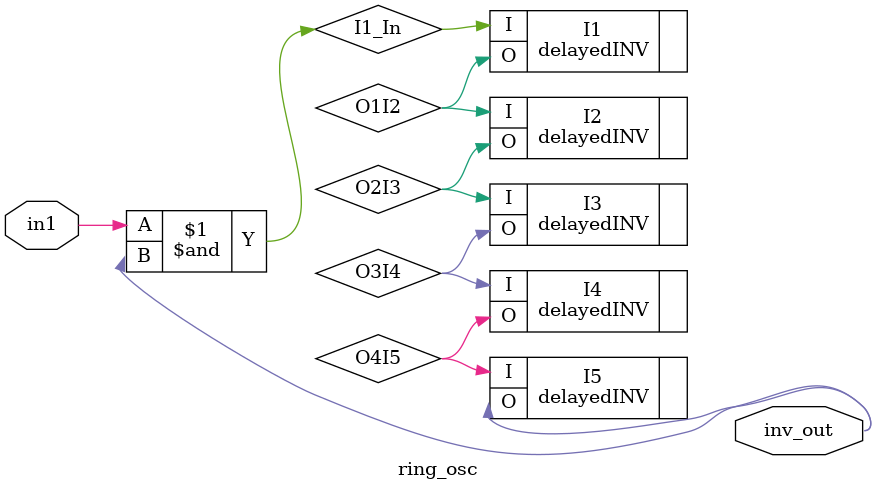
<source format=v>
`timescale 1ns / 1ps

module ring_osc(
input in1,
output inv_out
    );
    
wire O1I2,O2I3,O3I4,O4I5;

assign I1_In = in1 & inv_out;    

delayedINV I1(
.I(I1_In),
.O(O1I2)
);
    
    
delayedINV I2(
.I(O1I2),
.O(O2I3)
);
    
delayedINV I3(
.I(O2I3),
.O(O3I4)
);

delayedINV I4(
.I(O3I4),
.O(O4I5)
);

delayedINV I5(
.I(O4I5),
.O(inv_out)
);
    
    
endmodule

</source>
